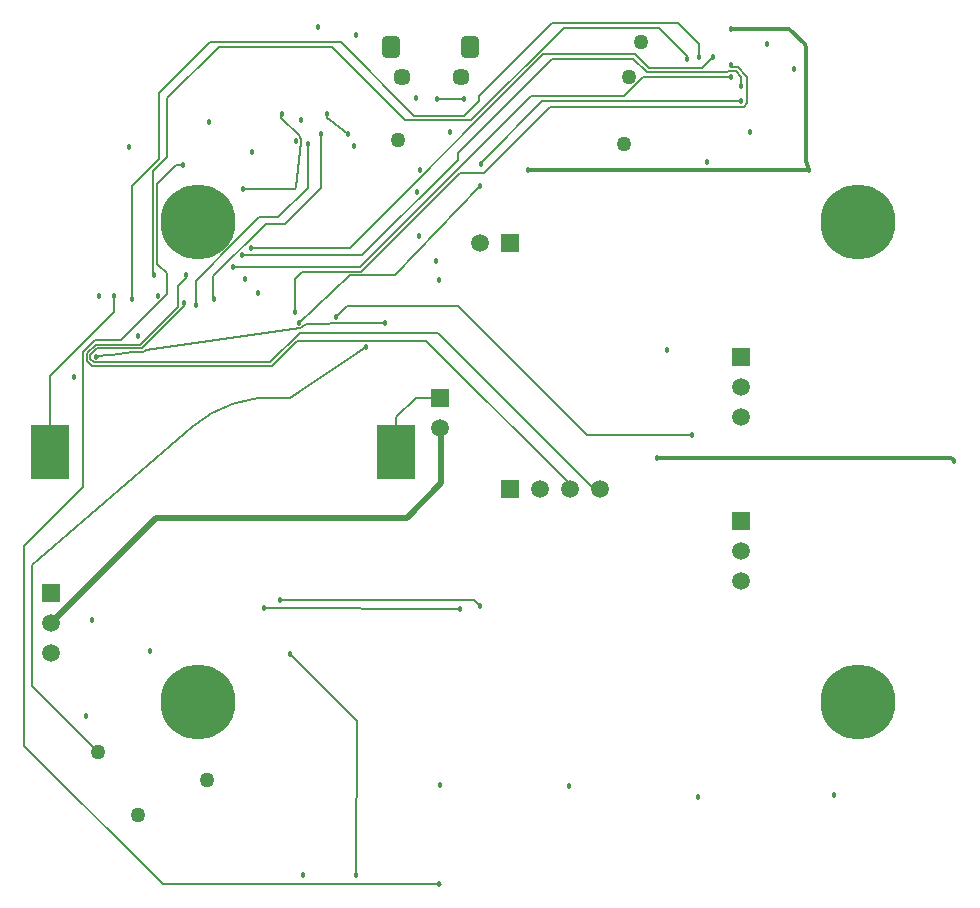
<source format=gbl>
G04*
G04 #@! TF.GenerationSoftware,Altium Limited,Altium Designer,21.9.2 (33)*
G04*
G04 Layer_Physical_Order=4*
G04 Layer_Color=16711680*
%FSLAX25Y25*%
%MOIN*%
G70*
G04*
G04 #@! TF.SameCoordinates,2F6B3805-4CB7-4B71-A1E2-F447F127BF3B*
G04*
G04*
G04 #@! TF.FilePolarity,Positive*
G04*
G01*
G75*
%ADD10C,0.02000*%
%ADD15C,0.00600*%
%ADD20R,0.05906X0.05906*%
%ADD73C,0.05000*%
%ADD80C,0.00800*%
%ADD85C,0.01200*%
%ADD86C,0.05906*%
%ADD87C,0.05709*%
G04:AMPARAMS|DCode=88|XSize=59.06mil|YSize=74.8mil|CornerRadius=14.76mil|HoleSize=0mil|Usage=FLASHONLY|Rotation=180.000|XOffset=0mil|YOffset=0mil|HoleType=Round|Shape=RoundedRectangle|*
%AMROUNDEDRECTD88*
21,1,0.05906,0.04528,0,0,180.0*
21,1,0.02953,0.07480,0,0,180.0*
1,1,0.02953,-0.01476,0.02264*
1,1,0.02953,0.01476,0.02264*
1,1,0.02953,0.01476,-0.02264*
1,1,0.02953,-0.01476,-0.02264*
%
%ADD88ROUNDEDRECTD88*%
%ADD89R,0.05906X0.05906*%
%ADD90C,0.25000*%
%ADD91C,0.01800*%
%ADD102R,0.12598X0.18000*%
D10*
X133000Y-145000D02*
Y-126500D01*
X3500Y-191500D02*
Y-191000D01*
X121500Y-156500D02*
X133000Y-145000D01*
X38000Y-156500D02*
X121500D01*
X3500Y-191000D02*
X38000Y-156500D01*
X3000Y-191500D02*
X3500D01*
D15*
X104997Y-224751D02*
G03*
X104829Y-224329I-600J6D01*
G01*
X94800Y-22916D02*
G03*
X95044Y-23399I600J0D01*
G01*
X79500Y-22756D02*
G03*
X79672Y-23172I600J5D01*
G01*
X84504Y-46330D02*
G03*
X84500Y-46400I596J-70D01*
G01*
X83905Y-47000D02*
G03*
X84326Y-46822I-5J600D01*
G01*
X39826Y-278326D02*
G03*
X40249Y-278500I422J426D01*
G01*
X34449Y-100614D02*
G03*
X34110Y-100784I85J-594D01*
G01*
X19696Y-102728D02*
G03*
X19705Y-102727I-85J594D01*
G01*
X19849Y-102704D02*
G03*
X19900Y-102694I-94J593D01*
G01*
X22943Y-102257D02*
G03*
X23028Y-102251I0J600D01*
G01*
X30405Y-101200D02*
G03*
X30320Y-101206I0J-600D01*
G01*
X82313Y-116658D02*
G03*
X82457Y-116587I-190J569D01*
G01*
X82082Y-116687D02*
G03*
X82313Y-116658I41J599D01*
G01*
X79500Y-116500D02*
G03*
X49875Y-126294I-2953J-40772D01*
G01*
X-3292Y-172280D02*
G03*
X-3500Y-172734I392J-454D01*
G01*
Y-212251D02*
G03*
X-3326Y-212674I600J0D01*
G01*
X102544Y-75700D02*
G03*
X102142Y-75863I10J-600D01*
G01*
X85801Y-93256D02*
G03*
X86723Y-92836I-255J1782D01*
G01*
X88442Y-91889D02*
G03*
X87310Y-92328I47J-1799D01*
G01*
X103244Y-91500D02*
G03*
X103238Y-91500I10J-600D01*
G01*
X169748Y-19500D02*
G03*
X169326Y-19674I0J-600D01*
G01*
X147251Y-41500D02*
G03*
X147674Y-41326I0J600D01*
G01*
X167148Y-17600D02*
G03*
X166724Y-17776I0J-600D01*
G01*
X117045Y-75700D02*
G03*
X117477Y-75517I-0J600D01*
G01*
X84476Y-76524D02*
G03*
X84300Y-76947I424J-424D01*
G01*
X85984Y-29594D02*
G03*
X85832Y-29332I-578J-160D01*
G01*
X86288Y-31188D02*
G03*
X86234Y-30496I-1788J211D01*
G01*
X84326Y-46822D02*
G03*
X84500Y-46400I-426J422D01*
G01*
X73800Y-186500D02*
X139086Y-186903D01*
X104826Y-224326D02*
X104829Y-224329D01*
X104500Y-275500D02*
X104997Y-224751D01*
X104824Y-224324D02*
X104826Y-224326D01*
X82500Y-202000D02*
X104824Y-224324D01*
X94800Y-22916D02*
Y-22000D01*
X95777Y-23937D02*
X102000Y-28500D01*
X95044Y-23399D02*
X95777Y-23937D01*
X79500Y-22756D02*
Y-22000D01*
X84504Y-46330D02*
X86288Y-31188D01*
X83905Y-47000D02*
X83905D01*
X67000D02*
X83905D01*
X39824Y-278324D02*
X39826Y-278326D01*
X-6000Y-232500D02*
X39824Y-278324D01*
X40249Y-278500D02*
X132772D01*
X124500Y-116500D02*
X132500D01*
X57000Y-83500D02*
Y-75954D01*
X48000Y-76500D02*
Y-75500D01*
X118000Y-134500D02*
Y-123000D01*
X124500Y-116500D01*
X45151Y-79348D02*
X48000Y-76500D01*
X33197Y-100000D02*
X47500Y-85697D01*
X34449Y-100614D02*
X85801Y-93256D01*
X33694Y-101200D02*
X34110Y-100784D01*
X30405Y-101200D02*
X33694D01*
X18254Y-100000D02*
X33197D01*
X32700Y-98800D02*
X45151Y-86348D01*
X14871Y-101686D02*
X17757Y-98800D01*
X16071Y-102183D02*
X18254Y-100000D01*
X17757Y-98800D02*
X32700D01*
X-6000Y-166000D02*
X13671Y-146329D01*
Y-101189D02*
X17610Y-97250D01*
X13671Y-146329D02*
Y-101189D01*
X14871Y-104313D02*
X15929Y-105371D01*
X16071Y-103674D02*
Y-102183D01*
Y-103674D02*
X17126Y-104729D01*
X17610Y-97250D02*
X26296D01*
X14871Y-104313D02*
Y-101686D01*
X17871Y-102980D02*
Y-102929D01*
X17880Y-102989D02*
X19696Y-102728D01*
X17871Y-102980D02*
X17880Y-102989D01*
X17126Y-104729D02*
X76026D01*
X85754Y-95000D01*
X111969D01*
X20337Y-102257D02*
X22943D01*
X19705Y-102727D02*
X19849Y-102704D01*
X23028Y-102251D02*
X30320Y-101206D01*
X19696Y-102728D02*
X19696Y-102728D01*
X19900Y-102694D02*
X20337Y-102257D01*
X45151Y-86348D02*
Y-79348D01*
X26296Y-97250D02*
X41500Y-82046D01*
X82457Y-116587D02*
X108000Y-99500D01*
X79500Y-116500D02*
X82082Y-116687D01*
X-3292Y-172280D02*
X49875Y-126294D01*
X-6000Y-232500D02*
Y-166000D01*
X41500Y-82046D02*
Y-75000D01*
X38300Y-71800D02*
X41500Y-75000D01*
X38300Y-71800D02*
Y-45200D01*
X44500Y-39000D01*
X46800D01*
X-3500Y-212251D02*
Y-172734D01*
X85546Y-91475D02*
X102142Y-75863D01*
X103244Y-91500D02*
X103249Y-91500D01*
X88442Y-91889D02*
X103238Y-91500D01*
X103249Y-91500D02*
X114300D01*
X86723Y-92836D02*
X87310Y-92328D01*
X102549Y-75700D02*
X117045D01*
X102544Y-75700D02*
X102549Y-75700D01*
X-3326Y-212674D02*
X-3324Y-212676D01*
X18500Y-234500D01*
X143800Y-184000D02*
X145800Y-186000D01*
X79300Y-184000D02*
X143800D01*
X51104Y-85104D02*
X51500Y-85500D01*
X51104Y-85104D02*
Y-77500D01*
X65258Y-63346D01*
X57000Y-75954D02*
X74454Y-58500D01*
X81000D01*
X69500Y-66500D02*
X102546D01*
X81000Y-58500D02*
X93000Y-46500D01*
Y-28500D01*
X65258Y-63242D02*
X72250Y-56250D01*
X65258Y-63346D02*
Y-63242D01*
X72250Y-56250D02*
X78750D01*
X88500Y-46500D01*
Y-32000D01*
X166946Y-2100D02*
X197600D01*
X102546Y-66500D02*
X166946Y-2100D01*
X147674Y-41326D02*
X169326Y-19674D01*
X169748Y-19500D02*
X233787D01*
X139197Y-41500D02*
X147251D01*
X167148Y-17600D02*
X233000D01*
X146500Y-38000D02*
X166724Y-17776D01*
X117477Y-75517D02*
X146000Y-46000D01*
X106197Y-74500D02*
X139197Y-41500D01*
X84280Y-88000D02*
X84300Y-76947D01*
X84476Y-76524D02*
X86500Y-74500D01*
X106197D01*
X106000Y-73000D02*
X163000Y-16000D01*
X63500Y-73000D02*
X106000D01*
X163000Y-16000D02*
X193950D01*
X79672Y-23172D02*
X85832Y-29332D01*
X85984Y-29594D02*
X86234Y-30496D01*
X131500Y-17000D02*
X140500D01*
D20*
X3000Y-181500D02*
D03*
X233000Y-103000D02*
D03*
X132500Y-116500D02*
D03*
X233000Y-157500D02*
D03*
D73*
X194000Y-32000D02*
D03*
X31808Y-255742D02*
D03*
X18500Y-234500D02*
D03*
X55000Y-244000D02*
D03*
X118500Y-30500D02*
D03*
X199500Y2000D02*
D03*
X195500Y-9500D02*
D03*
D80*
X128331Y-97831D02*
G03*
X127769Y-97600I-563J-569D01*
G01*
X176000Y-145827D02*
G03*
X175767Y-145267I-800J-4D01*
G01*
X132234Y-95234D02*
G03*
X131669Y-95000I-566J-566D01*
G01*
X176000Y-147000D02*
Y-145831D01*
X84993Y-97600D02*
X127769D01*
X128331Y-97831D02*
X175767Y-145267D01*
X176000Y-145827D02*
X176000Y-145831D01*
X37000Y-75500D02*
Y-41000D01*
X111969Y-95000D02*
X131669D01*
X184000Y-147000D02*
X186000D01*
X76564Y-106029D02*
X84993Y-97600D01*
X16587Y-106029D02*
X76564D01*
X15929Y-105371D02*
X16587Y-106029D01*
X132234Y-95234D02*
X184000Y-147000D01*
X2646Y-134500D02*
Y-109354D01*
X24000Y-88000D02*
Y-82500D01*
X2646Y-109354D02*
X24000Y-88000D01*
X30000Y-83000D02*
Y-46020D01*
X39000Y-37020D02*
Y-15000D01*
X30000Y-46020D02*
X39000Y-37020D01*
X41750Y-16750D02*
X59000Y500D01*
X37000Y-41000D02*
X41750Y-36250D01*
Y-16750D01*
X39000Y-15000D02*
X56000Y2000D01*
X99500D01*
X59000Y500D02*
X96500D01*
X205734Y6766D02*
X205734D01*
X99500Y2000D02*
X124000Y-22500D01*
X96500Y500D02*
X121000Y-24000D01*
X124000Y-22500D02*
X140631D01*
X121000Y-24000D02*
X143000D01*
X140631Y-22500D02*
X145500Y-17631D01*
Y-16000D01*
X170000Y8500D01*
X212000D01*
X173766Y6766D02*
X205734D01*
X143000Y-24000D02*
X173766Y6766D01*
X205734D02*
X215000Y-2500D01*
X181500Y-129000D02*
X216500D01*
X138500Y-86000D02*
X181500Y-129000D01*
X101500Y-86000D02*
X138500D01*
X98000Y-89500D02*
X101500Y-86000D01*
X233000Y-12458D02*
Y-9500D01*
X232842Y-12616D02*
X233000Y-12458D01*
X106687Y-69000D02*
X138439Y-37248D01*
X66500Y-69000D02*
X106687D01*
X138439Y-37248D02*
Y-35061D01*
X170000Y-3500D01*
X201500Y-8000D02*
X228413D01*
X202100Y-6600D02*
X220000D01*
X223500Y-3100D01*
X228713Y-7700D02*
X231200D01*
X197600Y-2100D02*
X202100Y-6600D01*
X197000Y-3500D02*
X201500Y-8000D01*
X228413D02*
X228713Y-7700D01*
X170000Y-3500D02*
X197000D01*
X233787Y-19500D02*
X235000Y-18287D01*
X229500Y-5600D02*
X230200Y-6300D01*
X231780D01*
X235000Y-9520D01*
X231200Y-7700D02*
X233000Y-9500D01*
X235000Y-18287D02*
Y-9520D01*
X212000Y8500D02*
X219000Y1500D01*
Y-3100D02*
Y1500D01*
X215000Y-3600D02*
Y-2500D01*
X200350Y-9600D02*
X229500D01*
X193950Y-16000D02*
X200350Y-9600D01*
D85*
X303351Y-136852D02*
G03*
X302503Y-136500I-848J-848D01*
G01*
X254497Y506D02*
G03*
X254153Y1347I-1200J-0D01*
G01*
X254500Y-37283D02*
G03*
X254560Y-37653I1200J5D01*
G01*
X205000Y-136500D02*
X302503Y-136500D01*
X303351Y-136852D02*
X304000Y-137500D01*
X254560Y-37653D02*
X255500Y-40500D01*
X162000D02*
X255500D01*
X254497Y506D02*
X254500Y-37283D01*
X254149Y1352D02*
X254153Y1347D01*
X229500Y6500D02*
X249000D01*
X254149Y1352D01*
D86*
X3000Y-201500D02*
D03*
Y-191500D02*
D03*
X233000Y-113000D02*
D03*
Y-123000D02*
D03*
X132500Y-126500D02*
D03*
X166000Y-147000D02*
D03*
X176000D02*
D03*
X186000D02*
D03*
X146000Y-65000D02*
D03*
X233000Y-177500D02*
D03*
Y-167500D02*
D03*
D87*
X139516Y-9736D02*
D03*
X119831Y-9736D02*
D03*
D88*
X116287Y500D02*
D03*
X142665D02*
D03*
D89*
X156000Y-147000D02*
D03*
Y-65000D02*
D03*
D90*
X51858Y-217795D02*
D03*
Y-57795D02*
D03*
X271858Y-217795D02*
D03*
Y-57795D02*
D03*
D91*
X139086Y-186903D02*
D03*
X104500Y-275500D02*
D03*
X87000D02*
D03*
X92000Y7000D02*
D03*
X104500Y4500D02*
D03*
X94800Y-22000D02*
D03*
X79800D02*
D03*
X132300Y-278500D02*
D03*
X47800Y-75500D02*
D03*
X47300Y-85000D02*
D03*
X17871Y-102929D02*
D03*
X108000Y-99500D02*
D03*
X38500Y-82500D02*
D03*
X46800Y-39000D02*
D03*
X10500Y-109500D02*
D03*
X85546Y-91475D02*
D03*
X16700Y-190534D02*
D03*
X14500Y-222500D02*
D03*
X304000Y-137500D02*
D03*
X204800Y-136500D02*
D03*
X218500Y-249500D02*
D03*
X264000Y-249000D02*
D03*
X145800Y-186000D02*
D03*
X79300Y-184000D02*
D03*
X73800Y-186500D02*
D03*
X51300Y-85500D02*
D03*
X57300Y-83500D02*
D03*
X69500Y-66500D02*
D03*
X32000Y-96000D02*
D03*
X24000Y-82500D02*
D03*
X37300Y-75500D02*
D03*
X29800Y-83500D02*
D03*
X208300Y-100500D02*
D03*
X98000Y-89500D02*
D03*
X114300Y-91500D02*
D03*
X82500Y-202000D02*
D03*
X146000Y-46000D02*
D03*
X146126Y-38500D02*
D03*
X162000Y-40500D02*
D03*
X232842Y-12616D02*
D03*
X84280Y-88000D02*
D03*
X125500Y-62500D02*
D03*
X125000Y-48000D02*
D03*
X126000Y-40500D02*
D03*
X88500Y-32000D02*
D03*
X93000Y-28500D02*
D03*
X84500Y-30977D02*
D03*
X131130Y-70870D02*
D03*
X132130Y-77370D02*
D03*
X66500Y-69000D02*
D03*
X63500Y-73000D02*
D03*
X132500Y-245500D02*
D03*
X175500Y-246000D02*
D03*
X19000Y-82500D02*
D03*
X29000Y-33000D02*
D03*
X67000Y-47000D02*
D03*
X124500Y-16500D02*
D03*
X140500Y-17000D02*
D03*
X131500D02*
D03*
X136000Y-28000D02*
D03*
X55500Y-24500D02*
D03*
X35862Y-201034D02*
D03*
X86300Y-24000D02*
D03*
X72000Y-81500D02*
D03*
X67500Y-77000D02*
D03*
X70000Y-34500D02*
D03*
X104000Y-32500D02*
D03*
X102000Y-28500D02*
D03*
X229500Y6500D02*
D03*
X241500Y1500D02*
D03*
X219000Y-3100D02*
D03*
X223500D02*
D03*
X215000Y-3600D02*
D03*
X229500Y-5600D02*
D03*
X250500Y-7100D02*
D03*
X229500Y-9600D02*
D03*
X233000Y-17600D02*
D03*
X236000Y-28100D02*
D03*
X221500Y-38100D02*
D03*
X255500Y-40500D02*
D03*
X216500Y-129000D02*
D03*
D102*
X2646Y-134500D02*
D03*
X118000D02*
D03*
M02*

</source>
